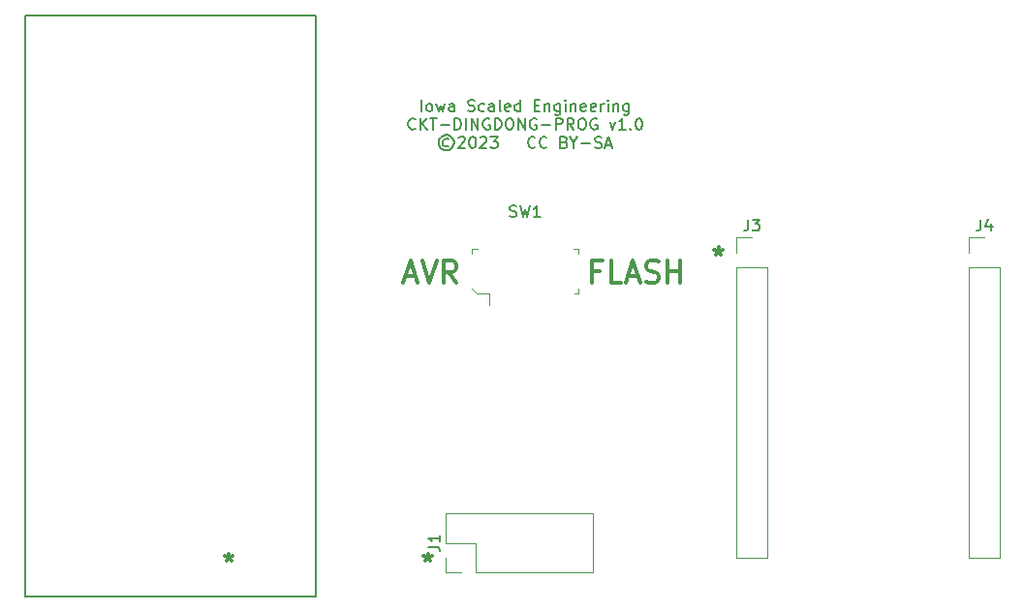
<source format=gto>
G04 #@! TF.GenerationSoftware,KiCad,Pcbnew,6.0.2+dfsg-1*
G04 #@! TF.CreationDate,2023-09-16T20:59:25-06:00*
G04 #@! TF.ProjectId,ckt-dingdong-prog,636b742d-6469-46e6-9764-6f6e672d7072,rev?*
G04 #@! TF.SameCoordinates,Original*
G04 #@! TF.FileFunction,Legend,Top*
G04 #@! TF.FilePolarity,Positive*
%FSLAX46Y46*%
G04 Gerber Fmt 4.6, Leading zero omitted, Abs format (unit mm)*
G04 Created by KiCad (PCBNEW 6.0.2+dfsg-1) date 2023-09-16 20:59:25*
%MOMM*%
%LPD*%
G01*
G04 APERTURE LIST*
%ADD10C,0.150000*%
%ADD11C,0.300000*%
%ADD12C,0.304800*%
%ADD13C,0.120000*%
%ADD14C,0.100000*%
G04 APERTURE END LIST*
D10*
X50800000Y-68199000D02*
X76200000Y-68199000D01*
X76200000Y-68199000D02*
X76200000Y-118999000D01*
X76200000Y-118999000D02*
X50800000Y-118999000D01*
X50800000Y-118999000D02*
X50800000Y-68199000D01*
D11*
X111379000Y-88459571D02*
X111379000Y-88816714D01*
X111021857Y-88673857D02*
X111379000Y-88816714D01*
X111736142Y-88673857D01*
X111164714Y-89102428D02*
X111379000Y-88816714D01*
X111593285Y-89102428D01*
D12*
X100981691Y-90541928D02*
X100346691Y-90541928D01*
X100346691Y-91539785D02*
X100346691Y-89634785D01*
X101253834Y-89634785D01*
X102886691Y-91539785D02*
X101979548Y-91539785D01*
X101979548Y-89634785D01*
X103430977Y-90995500D02*
X104338120Y-90995500D01*
X103249548Y-91539785D02*
X103884548Y-89634785D01*
X104519548Y-91539785D01*
X105063834Y-91449071D02*
X105335977Y-91539785D01*
X105789548Y-91539785D01*
X105970977Y-91449071D01*
X106061691Y-91358357D01*
X106152405Y-91176928D01*
X106152405Y-90995500D01*
X106061691Y-90814071D01*
X105970977Y-90723357D01*
X105789548Y-90632642D01*
X105426691Y-90541928D01*
X105245262Y-90451214D01*
X105154548Y-90360500D01*
X105063834Y-90179071D01*
X105063834Y-89997642D01*
X105154548Y-89816214D01*
X105245262Y-89725500D01*
X105426691Y-89634785D01*
X105880262Y-89634785D01*
X106152405Y-89725500D01*
X106968834Y-91539785D02*
X106968834Y-89634785D01*
X106968834Y-90541928D02*
X108057405Y-90541928D01*
X108057405Y-91539785D02*
X108057405Y-89634785D01*
D11*
X85979000Y-115256571D02*
X85979000Y-115613714D01*
X85621857Y-115470857D02*
X85979000Y-115613714D01*
X86336142Y-115470857D01*
X85764714Y-115899428D02*
X85979000Y-115613714D01*
X86193285Y-115899428D01*
D10*
X85440380Y-76566380D02*
X85440380Y-75566380D01*
X86059428Y-76566380D02*
X85964190Y-76518761D01*
X85916571Y-76471142D01*
X85868952Y-76375904D01*
X85868952Y-76090190D01*
X85916571Y-75994952D01*
X85964190Y-75947333D01*
X86059428Y-75899714D01*
X86202285Y-75899714D01*
X86297523Y-75947333D01*
X86345142Y-75994952D01*
X86392761Y-76090190D01*
X86392761Y-76375904D01*
X86345142Y-76471142D01*
X86297523Y-76518761D01*
X86202285Y-76566380D01*
X86059428Y-76566380D01*
X86726095Y-75899714D02*
X86916571Y-76566380D01*
X87107047Y-76090190D01*
X87297523Y-76566380D01*
X87488000Y-75899714D01*
X88297523Y-76566380D02*
X88297523Y-76042571D01*
X88249904Y-75947333D01*
X88154666Y-75899714D01*
X87964190Y-75899714D01*
X87868952Y-75947333D01*
X88297523Y-76518761D02*
X88202285Y-76566380D01*
X87964190Y-76566380D01*
X87868952Y-76518761D01*
X87821333Y-76423523D01*
X87821333Y-76328285D01*
X87868952Y-76233047D01*
X87964190Y-76185428D01*
X88202285Y-76185428D01*
X88297523Y-76137809D01*
X89488000Y-76518761D02*
X89630857Y-76566380D01*
X89868952Y-76566380D01*
X89964190Y-76518761D01*
X90011809Y-76471142D01*
X90059428Y-76375904D01*
X90059428Y-76280666D01*
X90011809Y-76185428D01*
X89964190Y-76137809D01*
X89868952Y-76090190D01*
X89678476Y-76042571D01*
X89583238Y-75994952D01*
X89535619Y-75947333D01*
X89488000Y-75852095D01*
X89488000Y-75756857D01*
X89535619Y-75661619D01*
X89583238Y-75614000D01*
X89678476Y-75566380D01*
X89916571Y-75566380D01*
X90059428Y-75614000D01*
X90916571Y-76518761D02*
X90821333Y-76566380D01*
X90630857Y-76566380D01*
X90535619Y-76518761D01*
X90488000Y-76471142D01*
X90440380Y-76375904D01*
X90440380Y-76090190D01*
X90488000Y-75994952D01*
X90535619Y-75947333D01*
X90630857Y-75899714D01*
X90821333Y-75899714D01*
X90916571Y-75947333D01*
X91773714Y-76566380D02*
X91773714Y-76042571D01*
X91726095Y-75947333D01*
X91630857Y-75899714D01*
X91440380Y-75899714D01*
X91345142Y-75947333D01*
X91773714Y-76518761D02*
X91678476Y-76566380D01*
X91440380Y-76566380D01*
X91345142Y-76518761D01*
X91297523Y-76423523D01*
X91297523Y-76328285D01*
X91345142Y-76233047D01*
X91440380Y-76185428D01*
X91678476Y-76185428D01*
X91773714Y-76137809D01*
X92392761Y-76566380D02*
X92297523Y-76518761D01*
X92249904Y-76423523D01*
X92249904Y-75566380D01*
X93154666Y-76518761D02*
X93059428Y-76566380D01*
X92868952Y-76566380D01*
X92773714Y-76518761D01*
X92726095Y-76423523D01*
X92726095Y-76042571D01*
X92773714Y-75947333D01*
X92868952Y-75899714D01*
X93059428Y-75899714D01*
X93154666Y-75947333D01*
X93202285Y-76042571D01*
X93202285Y-76137809D01*
X92726095Y-76233047D01*
X94059428Y-76566380D02*
X94059428Y-75566380D01*
X94059428Y-76518761D02*
X93964190Y-76566380D01*
X93773714Y-76566380D01*
X93678476Y-76518761D01*
X93630857Y-76471142D01*
X93583238Y-76375904D01*
X93583238Y-76090190D01*
X93630857Y-75994952D01*
X93678476Y-75947333D01*
X93773714Y-75899714D01*
X93964190Y-75899714D01*
X94059428Y-75947333D01*
X95297523Y-76042571D02*
X95630857Y-76042571D01*
X95773714Y-76566380D02*
X95297523Y-76566380D01*
X95297523Y-75566380D01*
X95773714Y-75566380D01*
X96202285Y-75899714D02*
X96202285Y-76566380D01*
X96202285Y-75994952D02*
X96249904Y-75947333D01*
X96345142Y-75899714D01*
X96488000Y-75899714D01*
X96583238Y-75947333D01*
X96630857Y-76042571D01*
X96630857Y-76566380D01*
X97535619Y-75899714D02*
X97535619Y-76709238D01*
X97488000Y-76804476D01*
X97440380Y-76852095D01*
X97345142Y-76899714D01*
X97202285Y-76899714D01*
X97107047Y-76852095D01*
X97535619Y-76518761D02*
X97440380Y-76566380D01*
X97249904Y-76566380D01*
X97154666Y-76518761D01*
X97107047Y-76471142D01*
X97059428Y-76375904D01*
X97059428Y-76090190D01*
X97107047Y-75994952D01*
X97154666Y-75947333D01*
X97249904Y-75899714D01*
X97440380Y-75899714D01*
X97535619Y-75947333D01*
X98011809Y-76566380D02*
X98011809Y-75899714D01*
X98011809Y-75566380D02*
X97964190Y-75614000D01*
X98011809Y-75661619D01*
X98059428Y-75614000D01*
X98011809Y-75566380D01*
X98011809Y-75661619D01*
X98488000Y-75899714D02*
X98488000Y-76566380D01*
X98488000Y-75994952D02*
X98535619Y-75947333D01*
X98630857Y-75899714D01*
X98773714Y-75899714D01*
X98868952Y-75947333D01*
X98916571Y-76042571D01*
X98916571Y-76566380D01*
X99773714Y-76518761D02*
X99678476Y-76566380D01*
X99488000Y-76566380D01*
X99392761Y-76518761D01*
X99345142Y-76423523D01*
X99345142Y-76042571D01*
X99392761Y-75947333D01*
X99488000Y-75899714D01*
X99678476Y-75899714D01*
X99773714Y-75947333D01*
X99821333Y-76042571D01*
X99821333Y-76137809D01*
X99345142Y-76233047D01*
X100630857Y-76518761D02*
X100535619Y-76566380D01*
X100345142Y-76566380D01*
X100249904Y-76518761D01*
X100202285Y-76423523D01*
X100202285Y-76042571D01*
X100249904Y-75947333D01*
X100345142Y-75899714D01*
X100535619Y-75899714D01*
X100630857Y-75947333D01*
X100678476Y-76042571D01*
X100678476Y-76137809D01*
X100202285Y-76233047D01*
X101107047Y-76566380D02*
X101107047Y-75899714D01*
X101107047Y-76090190D02*
X101154666Y-75994952D01*
X101202285Y-75947333D01*
X101297523Y-75899714D01*
X101392761Y-75899714D01*
X101726095Y-76566380D02*
X101726095Y-75899714D01*
X101726095Y-75566380D02*
X101678476Y-75614000D01*
X101726095Y-75661619D01*
X101773714Y-75614000D01*
X101726095Y-75566380D01*
X101726095Y-75661619D01*
X102202285Y-75899714D02*
X102202285Y-76566380D01*
X102202285Y-75994952D02*
X102249904Y-75947333D01*
X102345142Y-75899714D01*
X102488000Y-75899714D01*
X102583238Y-75947333D01*
X102630857Y-76042571D01*
X102630857Y-76566380D01*
X103535619Y-75899714D02*
X103535619Y-76709238D01*
X103488000Y-76804476D01*
X103440380Y-76852095D01*
X103345142Y-76899714D01*
X103202285Y-76899714D01*
X103107047Y-76852095D01*
X103535619Y-76518761D02*
X103440380Y-76566380D01*
X103249904Y-76566380D01*
X103154666Y-76518761D01*
X103107047Y-76471142D01*
X103059428Y-76375904D01*
X103059428Y-76090190D01*
X103107047Y-75994952D01*
X103154666Y-75947333D01*
X103249904Y-75899714D01*
X103440380Y-75899714D01*
X103535619Y-75947333D01*
X84892761Y-78081142D02*
X84845142Y-78128761D01*
X84702285Y-78176380D01*
X84607047Y-78176380D01*
X84464190Y-78128761D01*
X84368952Y-78033523D01*
X84321333Y-77938285D01*
X84273714Y-77747809D01*
X84273714Y-77604952D01*
X84321333Y-77414476D01*
X84368952Y-77319238D01*
X84464190Y-77224000D01*
X84607047Y-77176380D01*
X84702285Y-77176380D01*
X84845142Y-77224000D01*
X84892761Y-77271619D01*
X85321333Y-78176380D02*
X85321333Y-77176380D01*
X85892761Y-78176380D02*
X85464190Y-77604952D01*
X85892761Y-77176380D02*
X85321333Y-77747809D01*
X86178476Y-77176380D02*
X86749904Y-77176380D01*
X86464190Y-78176380D02*
X86464190Y-77176380D01*
X87083238Y-77795428D02*
X87845142Y-77795428D01*
X88321333Y-78176380D02*
X88321333Y-77176380D01*
X88559428Y-77176380D01*
X88702285Y-77224000D01*
X88797523Y-77319238D01*
X88845142Y-77414476D01*
X88892761Y-77604952D01*
X88892761Y-77747809D01*
X88845142Y-77938285D01*
X88797523Y-78033523D01*
X88702285Y-78128761D01*
X88559428Y-78176380D01*
X88321333Y-78176380D01*
X89321333Y-78176380D02*
X89321333Y-77176380D01*
X89797523Y-78176380D02*
X89797523Y-77176380D01*
X90368952Y-78176380D01*
X90368952Y-77176380D01*
X91368952Y-77224000D02*
X91273714Y-77176380D01*
X91130857Y-77176380D01*
X90988000Y-77224000D01*
X90892761Y-77319238D01*
X90845142Y-77414476D01*
X90797523Y-77604952D01*
X90797523Y-77747809D01*
X90845142Y-77938285D01*
X90892761Y-78033523D01*
X90988000Y-78128761D01*
X91130857Y-78176380D01*
X91226095Y-78176380D01*
X91368952Y-78128761D01*
X91416571Y-78081142D01*
X91416571Y-77747809D01*
X91226095Y-77747809D01*
X91845142Y-78176380D02*
X91845142Y-77176380D01*
X92083238Y-77176380D01*
X92226095Y-77224000D01*
X92321333Y-77319238D01*
X92368952Y-77414476D01*
X92416571Y-77604952D01*
X92416571Y-77747809D01*
X92368952Y-77938285D01*
X92321333Y-78033523D01*
X92226095Y-78128761D01*
X92083238Y-78176380D01*
X91845142Y-78176380D01*
X93035619Y-77176380D02*
X93226095Y-77176380D01*
X93321333Y-77224000D01*
X93416571Y-77319238D01*
X93464190Y-77509714D01*
X93464190Y-77843047D01*
X93416571Y-78033523D01*
X93321333Y-78128761D01*
X93226095Y-78176380D01*
X93035619Y-78176380D01*
X92940380Y-78128761D01*
X92845142Y-78033523D01*
X92797523Y-77843047D01*
X92797523Y-77509714D01*
X92845142Y-77319238D01*
X92940380Y-77224000D01*
X93035619Y-77176380D01*
X93892761Y-78176380D02*
X93892761Y-77176380D01*
X94464190Y-78176380D01*
X94464190Y-77176380D01*
X95464190Y-77224000D02*
X95368952Y-77176380D01*
X95226095Y-77176380D01*
X95083238Y-77224000D01*
X94987999Y-77319238D01*
X94940380Y-77414476D01*
X94892761Y-77604952D01*
X94892761Y-77747809D01*
X94940380Y-77938285D01*
X94987999Y-78033523D01*
X95083238Y-78128761D01*
X95226095Y-78176380D01*
X95321333Y-78176380D01*
X95464190Y-78128761D01*
X95511809Y-78081142D01*
X95511809Y-77747809D01*
X95321333Y-77747809D01*
X95940380Y-77795428D02*
X96702285Y-77795428D01*
X97178476Y-78176380D02*
X97178476Y-77176380D01*
X97559428Y-77176380D01*
X97654666Y-77224000D01*
X97702285Y-77271619D01*
X97749904Y-77366857D01*
X97749904Y-77509714D01*
X97702285Y-77604952D01*
X97654666Y-77652571D01*
X97559428Y-77700190D01*
X97178476Y-77700190D01*
X98749904Y-78176380D02*
X98416571Y-77700190D01*
X98178476Y-78176380D02*
X98178476Y-77176380D01*
X98559428Y-77176380D01*
X98654666Y-77224000D01*
X98702285Y-77271619D01*
X98749904Y-77366857D01*
X98749904Y-77509714D01*
X98702285Y-77604952D01*
X98654666Y-77652571D01*
X98559428Y-77700190D01*
X98178476Y-77700190D01*
X99368952Y-77176380D02*
X99559428Y-77176380D01*
X99654666Y-77224000D01*
X99749904Y-77319238D01*
X99797523Y-77509714D01*
X99797523Y-77843047D01*
X99749904Y-78033523D01*
X99654666Y-78128761D01*
X99559428Y-78176380D01*
X99368952Y-78176380D01*
X99273714Y-78128761D01*
X99178476Y-78033523D01*
X99130857Y-77843047D01*
X99130857Y-77509714D01*
X99178476Y-77319238D01*
X99273714Y-77224000D01*
X99368952Y-77176380D01*
X100749904Y-77224000D02*
X100654666Y-77176380D01*
X100511809Y-77176380D01*
X100368952Y-77224000D01*
X100273714Y-77319238D01*
X100226095Y-77414476D01*
X100178476Y-77604952D01*
X100178476Y-77747809D01*
X100226095Y-77938285D01*
X100273714Y-78033523D01*
X100368952Y-78128761D01*
X100511809Y-78176380D01*
X100607047Y-78176380D01*
X100749904Y-78128761D01*
X100797523Y-78081142D01*
X100797523Y-77747809D01*
X100607047Y-77747809D01*
X101892761Y-77509714D02*
X102130857Y-78176380D01*
X102368952Y-77509714D01*
X103273714Y-78176380D02*
X102702285Y-78176380D01*
X102988000Y-78176380D02*
X102988000Y-77176380D01*
X102892761Y-77319238D01*
X102797523Y-77414476D01*
X102702285Y-77462095D01*
X103702285Y-78081142D02*
X103749904Y-78128761D01*
X103702285Y-78176380D01*
X103654666Y-78128761D01*
X103702285Y-78081142D01*
X103702285Y-78176380D01*
X104368952Y-77176380D02*
X104464190Y-77176380D01*
X104559428Y-77224000D01*
X104607047Y-77271619D01*
X104654666Y-77366857D01*
X104702285Y-77557333D01*
X104702285Y-77795428D01*
X104654666Y-77985904D01*
X104607047Y-78081142D01*
X104559428Y-78128761D01*
X104464190Y-78176380D01*
X104368952Y-78176380D01*
X104273714Y-78128761D01*
X104226095Y-78081142D01*
X104178476Y-77985904D01*
X104130857Y-77795428D01*
X104130857Y-77557333D01*
X104178476Y-77366857D01*
X104226095Y-77271619D01*
X104273714Y-77224000D01*
X104368952Y-77176380D01*
X87797523Y-79024476D02*
X87702285Y-78976857D01*
X87511809Y-78976857D01*
X87416571Y-79024476D01*
X87321333Y-79119714D01*
X87273714Y-79214952D01*
X87273714Y-79405428D01*
X87321333Y-79500666D01*
X87416571Y-79595904D01*
X87511809Y-79643523D01*
X87702285Y-79643523D01*
X87797523Y-79595904D01*
X87607047Y-78643523D02*
X87368952Y-78691142D01*
X87130857Y-78834000D01*
X86988000Y-79072095D01*
X86940380Y-79310190D01*
X86988000Y-79548285D01*
X87130857Y-79786380D01*
X87368952Y-79929238D01*
X87607047Y-79976857D01*
X87845142Y-79929238D01*
X88083238Y-79786380D01*
X88226095Y-79548285D01*
X88273714Y-79310190D01*
X88226095Y-79072095D01*
X88083238Y-78834000D01*
X87845142Y-78691142D01*
X87607047Y-78643523D01*
X88654666Y-78881619D02*
X88702285Y-78834000D01*
X88797523Y-78786380D01*
X89035619Y-78786380D01*
X89130857Y-78834000D01*
X89178476Y-78881619D01*
X89226095Y-78976857D01*
X89226095Y-79072095D01*
X89178476Y-79214952D01*
X88607047Y-79786380D01*
X89226095Y-79786380D01*
X89845142Y-78786380D02*
X89940380Y-78786380D01*
X90035619Y-78834000D01*
X90083238Y-78881619D01*
X90130857Y-78976857D01*
X90178476Y-79167333D01*
X90178476Y-79405428D01*
X90130857Y-79595904D01*
X90083238Y-79691142D01*
X90035619Y-79738761D01*
X89940380Y-79786380D01*
X89845142Y-79786380D01*
X89749904Y-79738761D01*
X89702285Y-79691142D01*
X89654666Y-79595904D01*
X89607047Y-79405428D01*
X89607047Y-79167333D01*
X89654666Y-78976857D01*
X89702285Y-78881619D01*
X89749904Y-78834000D01*
X89845142Y-78786380D01*
X90559428Y-78881619D02*
X90607047Y-78834000D01*
X90702285Y-78786380D01*
X90940380Y-78786380D01*
X91035619Y-78834000D01*
X91083238Y-78881619D01*
X91130857Y-78976857D01*
X91130857Y-79072095D01*
X91083238Y-79214952D01*
X90511809Y-79786380D01*
X91130857Y-79786380D01*
X91464190Y-78786380D02*
X92083238Y-78786380D01*
X91749904Y-79167333D01*
X91892761Y-79167333D01*
X91988000Y-79214952D01*
X92035619Y-79262571D01*
X92083238Y-79357809D01*
X92083238Y-79595904D01*
X92035619Y-79691142D01*
X91988000Y-79738761D01*
X91892761Y-79786380D01*
X91607047Y-79786380D01*
X91511809Y-79738761D01*
X91464190Y-79691142D01*
X95368952Y-79691142D02*
X95321333Y-79738761D01*
X95178476Y-79786380D01*
X95083238Y-79786380D01*
X94940380Y-79738761D01*
X94845142Y-79643523D01*
X94797523Y-79548285D01*
X94749904Y-79357809D01*
X94749904Y-79214952D01*
X94797523Y-79024476D01*
X94845142Y-78929238D01*
X94940380Y-78834000D01*
X95083238Y-78786380D01*
X95178476Y-78786380D01*
X95321333Y-78834000D01*
X95368952Y-78881619D01*
X96368952Y-79691142D02*
X96321333Y-79738761D01*
X96178476Y-79786380D01*
X96083238Y-79786380D01*
X95940380Y-79738761D01*
X95845142Y-79643523D01*
X95797523Y-79548285D01*
X95749904Y-79357809D01*
X95749904Y-79214952D01*
X95797523Y-79024476D01*
X95845142Y-78929238D01*
X95940380Y-78834000D01*
X96083238Y-78786380D01*
X96178476Y-78786380D01*
X96321333Y-78834000D01*
X96368952Y-78881619D01*
X97892761Y-79262571D02*
X98035619Y-79310190D01*
X98083238Y-79357809D01*
X98130857Y-79453047D01*
X98130857Y-79595904D01*
X98083238Y-79691142D01*
X98035619Y-79738761D01*
X97940380Y-79786380D01*
X97559428Y-79786380D01*
X97559428Y-78786380D01*
X97892761Y-78786380D01*
X97988000Y-78834000D01*
X98035619Y-78881619D01*
X98083238Y-78976857D01*
X98083238Y-79072095D01*
X98035619Y-79167333D01*
X97988000Y-79214952D01*
X97892761Y-79262571D01*
X97559428Y-79262571D01*
X98749904Y-79310190D02*
X98749904Y-79786380D01*
X98416571Y-78786380D02*
X98749904Y-79310190D01*
X99083238Y-78786380D01*
X99416571Y-79405428D02*
X100178476Y-79405428D01*
X100607047Y-79738761D02*
X100749904Y-79786380D01*
X100988000Y-79786380D01*
X101083238Y-79738761D01*
X101130857Y-79691142D01*
X101178476Y-79595904D01*
X101178476Y-79500666D01*
X101130857Y-79405428D01*
X101083238Y-79357809D01*
X100988000Y-79310190D01*
X100797523Y-79262571D01*
X100702285Y-79214952D01*
X100654666Y-79167333D01*
X100607047Y-79072095D01*
X100607047Y-78976857D01*
X100654666Y-78881619D01*
X100702285Y-78834000D01*
X100797523Y-78786380D01*
X101035619Y-78786380D01*
X101178476Y-78834000D01*
X101559428Y-79500666D02*
X102035619Y-79500666D01*
X101464190Y-79786380D02*
X101797523Y-78786380D01*
X102130857Y-79786380D01*
D11*
X68580000Y-115256571D02*
X68580000Y-115613714D01*
X68222857Y-115470857D02*
X68580000Y-115613714D01*
X68937142Y-115470857D01*
X68365714Y-115899428D02*
X68580000Y-115613714D01*
X68794285Y-115899428D01*
D12*
X84021022Y-90995500D02*
X84928165Y-90995500D01*
X83839594Y-91539785D02*
X84474594Y-89634785D01*
X85109594Y-91539785D01*
X85472451Y-89634785D02*
X86107451Y-91539785D01*
X86742451Y-89634785D01*
X88466022Y-91539785D02*
X87831022Y-90632642D01*
X87377451Y-91539785D02*
X87377451Y-89634785D01*
X88103165Y-89634785D01*
X88284594Y-89725500D01*
X88375308Y-89816214D01*
X88466022Y-89997642D01*
X88466022Y-90269785D01*
X88375308Y-90451214D01*
X88284594Y-90541928D01*
X88103165Y-90632642D01*
X87377451Y-90632642D01*
D10*
X86027380Y-114638333D02*
X86741666Y-114638333D01*
X86884523Y-114685952D01*
X86979761Y-114781190D01*
X87027380Y-114924047D01*
X87027380Y-115019285D01*
X87027380Y-113638333D02*
X87027380Y-114209761D01*
X87027380Y-113924047D02*
X86027380Y-113924047D01*
X86170238Y-114019285D01*
X86265476Y-114114523D01*
X86313095Y-114209761D01*
X134286666Y-86022380D02*
X134286666Y-86736666D01*
X134239047Y-86879523D01*
X134143809Y-86974761D01*
X134000952Y-87022380D01*
X133905714Y-87022380D01*
X135191428Y-86355714D02*
X135191428Y-87022380D01*
X134953333Y-85974761D02*
X134715238Y-86689047D01*
X135334285Y-86689047D01*
X113966666Y-86022380D02*
X113966666Y-86736666D01*
X113919047Y-86879523D01*
X113823809Y-86974761D01*
X113680952Y-87022380D01*
X113585714Y-87022380D01*
X114347619Y-86022380D02*
X114966666Y-86022380D01*
X114633333Y-86403333D01*
X114776190Y-86403333D01*
X114871428Y-86450952D01*
X114919047Y-86498571D01*
X114966666Y-86593809D01*
X114966666Y-86831904D01*
X114919047Y-86927142D01*
X114871428Y-86974761D01*
X114776190Y-87022380D01*
X114490476Y-87022380D01*
X114395238Y-86974761D01*
X114347619Y-86927142D01*
X93154666Y-85755761D02*
X93297523Y-85803380D01*
X93535619Y-85803380D01*
X93630857Y-85755761D01*
X93678476Y-85708142D01*
X93726095Y-85612904D01*
X93726095Y-85517666D01*
X93678476Y-85422428D01*
X93630857Y-85374809D01*
X93535619Y-85327190D01*
X93345142Y-85279571D01*
X93249904Y-85231952D01*
X93202285Y-85184333D01*
X93154666Y-85089095D01*
X93154666Y-84993857D01*
X93202285Y-84898619D01*
X93249904Y-84851000D01*
X93345142Y-84803380D01*
X93583238Y-84803380D01*
X93726095Y-84851000D01*
X94059428Y-84803380D02*
X94297523Y-85803380D01*
X94488000Y-85089095D01*
X94678476Y-85803380D01*
X94916571Y-84803380D01*
X95821333Y-85803380D02*
X95249904Y-85803380D01*
X95535619Y-85803380D02*
X95535619Y-84803380D01*
X95440380Y-84946238D01*
X95345142Y-85041476D01*
X95249904Y-85089095D01*
D13*
X87575000Y-114305000D02*
X87575000Y-111705000D01*
X90175000Y-116905000D02*
X100395000Y-116905000D01*
X90175000Y-114305000D02*
X87575000Y-114305000D01*
X87575000Y-116905000D02*
X87575000Y-115575000D01*
X90175000Y-116905000D02*
X90175000Y-114305000D01*
X88905000Y-116905000D02*
X87575000Y-116905000D01*
X100395000Y-116905000D02*
X100395000Y-111705000D01*
X87575000Y-111705000D02*
X100395000Y-111705000D01*
X135950000Y-90170000D02*
X135950000Y-115630000D01*
X133290000Y-115630000D02*
X135950000Y-115630000D01*
X133290000Y-88900000D02*
X133290000Y-87570000D01*
X133290000Y-90170000D02*
X133290000Y-115630000D01*
X133290000Y-87570000D02*
X134620000Y-87570000D01*
X133290000Y-90170000D02*
X135950000Y-90170000D01*
X112970000Y-88900000D02*
X112970000Y-87570000D01*
X112970000Y-90170000D02*
X112970000Y-115630000D01*
X112970000Y-115630000D02*
X115630000Y-115630000D01*
X112970000Y-87570000D02*
X114300000Y-87570000D01*
X115630000Y-90170000D02*
X115630000Y-115630000D01*
X112970000Y-90170000D02*
X115630000Y-90170000D01*
D14*
X89863000Y-92101000D02*
X90213000Y-92476000D01*
X99113000Y-92101000D02*
X99113000Y-92476000D01*
X89863000Y-88626000D02*
X89863000Y-89026000D01*
X98713000Y-88626000D02*
X99113000Y-88626000D01*
X91313000Y-92476000D02*
X91313000Y-93526000D01*
X90338000Y-88626000D02*
X89863000Y-88626000D01*
X99113000Y-88626000D02*
X99113000Y-89001000D01*
X90213000Y-92476000D02*
X91313000Y-92476000D01*
X99113000Y-92476000D02*
X98763000Y-92476000D01*
M02*

</source>
